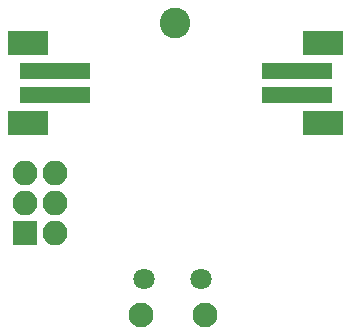
<source format=gbr>
G04 #@! TF.FileFunction,Soldermask,Bot*
%FSLAX46Y46*%
G04 Gerber Fmt 4.6, Leading zero omitted, Abs format (unit mm)*
G04 Created by KiCad (PCBNEW 4.0.7) date 01/03/18 15:17:12*
%MOMM*%
%LPD*%
G01*
G04 APERTURE LIST*
%ADD10C,0.100000*%
%ADD11C,2.600000*%
%ADD12R,2.100000X2.100000*%
%ADD13O,2.100000X2.100000*%
%ADD14C,1.800000*%
%ADD15C,2.100000*%
%ADD16R,5.900000X1.400000*%
%ADD17R,3.400000X2.000000*%
G04 APERTURE END LIST*
D10*
D11*
X160020000Y-106680000D03*
D12*
X147320000Y-124460000D03*
D13*
X149860000Y-124460000D03*
X147320000Y-121920000D03*
X149860000Y-121920000D03*
X147320000Y-119380000D03*
X149860000Y-119380000D03*
D14*
X157410000Y-128380000D03*
X162250000Y-128380000D03*
D15*
X157100000Y-131380000D03*
X162560000Y-131380000D03*
D16*
X149860000Y-110760000D03*
X149860000Y-112760000D03*
D17*
X147610000Y-108360000D03*
X147610000Y-115160000D03*
D16*
X170325000Y-112760000D03*
X170325000Y-110760000D03*
D17*
X172575000Y-115160000D03*
X172575000Y-108360000D03*
M02*

</source>
